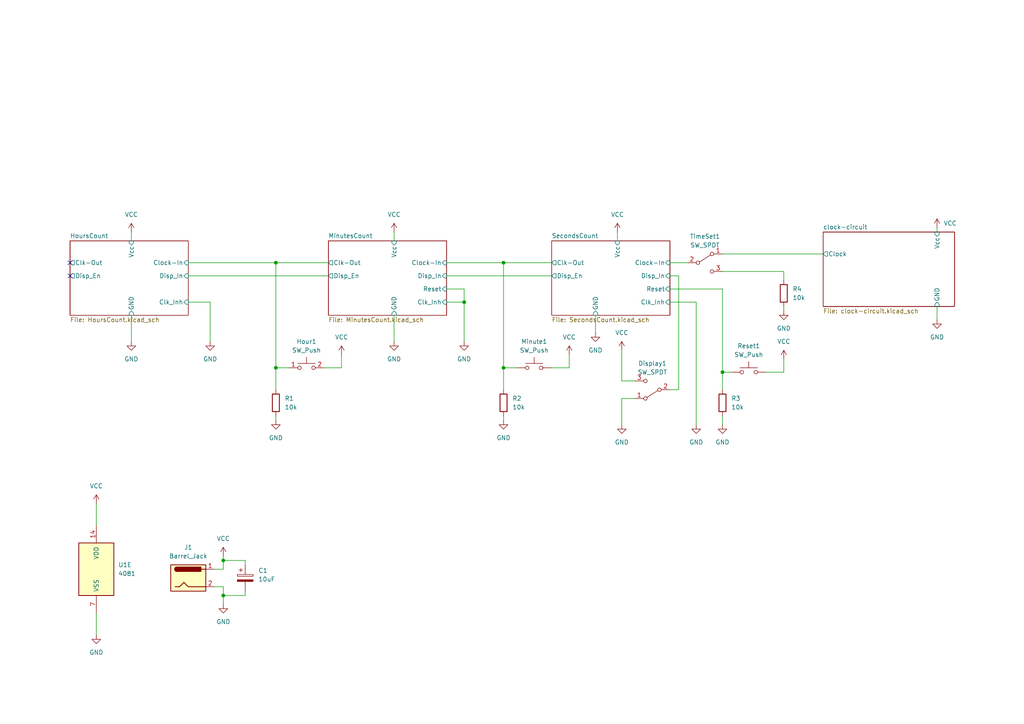
<source format=kicad_sch>
(kicad_sch (version 20250114) (generator "eeschema") (generator_version "9.0")
  (paper "A4")
  (title_block (title "Practise Project to Test JLC PCB") (date "2023-12-24") (rev "1.0") (company "Akbar Q") (comment 1 "One of the First Electronics Projects Made"))
  (lib_symbols
    (symbol "4xxx:4081" (pin_names (offset 1.016))
      (property "Reference" "U" (at 0 1.27 0))
      (property "Value" "4081" (at 0 -1.27 0))
      (symbol "4081_1_1"
        (arc (start 0 3.81) (mid 3.7934 0) (end 0 -3.81) (stroke (width 0.254)) (fill (type background)))
        (polyline (pts (xy 0 3.81) (xy -3.81 3.81) (xy -3.81 -3.81) (xy 0 -3.81)) (stroke (width 0.254)) (fill (type background)))
        (pin input line (at -7.62 2.54 0) (length 3.81) (name "~") (number "1"))
        (pin input line (at -7.62 -2.54 0) (length 3.81) (name "~") (number "2"))
        (pin output line (at 7.62 0 180) (length 3.81) (name "~") (number "3"))
      )
      (symbol "4081_1_2"
        (arc (start -3.81 3.81) (mid -2.589 0) (end -3.81 -3.81) (stroke (width 0.254)))
        (polyline (pts (xy -3.81 3.81) (xy -0.635 3.81)) (stroke (width 0.254)) (fill (type background)))
        (polyline (pts (xy -3.81 -3.81) (xy -0.635 -3.81)) (stroke (width 0.254)) (fill (type background)))
        (arc (start 3.81 0) (mid 2.1855 -2.584) (end -0.6096 -3.81) (stroke (width 0.254)) (fill (type background)))
        (arc (start -0.6096 3.81) (mid 2.1929 2.5925) (end 3.81 0) (stroke (width 0.254)) (fill (type background)))
        (polyline (pts (xy -0.635 3.81) (xy -3.81 3.81) (xy -3.81 3.81) (xy -3.556 3.4036) (xy -3.0226 2.2606) (xy -2.6924 1.0414) (xy -2.6162 -0.254) (xy -2.7686 -1.4986) (xy -3.175 -2.7178) (xy -3.81 -3.81) (xy -3.81 -3.81) (xy -0.635 -3.81)) (stroke (width -25.4)) (fill (type background)))
        (pin input inverted (at -7.62 2.54 0) (length 4.318) (name "~") (number "1"))
        (pin input inverted (at -7.62 -2.54 0) (length 4.318) (name "~") (number "2"))
        (pin output inverted (at 7.62 0 180) (length 3.81) (name "~") (number "3"))
      )
      (symbol "4081_2_1"
        (arc (start 0 3.81) (mid 3.7934 0) (end 0 -3.81) (stroke (width 0.254)) (fill (type background)))
        (polyline (pts (xy 0 3.81) (xy -3.81 3.81) (xy -3.81 -3.81) (xy 0 -3.81)) (stroke (width 0.254)) (fill (type background)))
        (pin input line (at -7.62 2.54 0) (length 3.81) (name "~") (number "5"))
        (pin input line (at -7.62 -2.54 0) (length 3.81) (name "~") (number "6"))
        (pin output line (at 7.62 0 180) (length 3.81) (name "~") (number "4"))
      )
      (symbol "4081_2_2"
        (arc (start -3.81 3.81) (mid -2.589 0) (end -3.81 -3.81) (stroke (width 0.254)))
        (polyline (pts (xy -3.81 3.81) (xy -0.635 3.81)) (stroke (width 0.254)) (fill (type background)))
        (polyline (pts (xy -3.81 -3.81) (xy -0.635 -3.81)) (stroke (width 0.254)) (fill (type background)))
        (arc (start 3.81 0) (mid 2.1855 -2.584) (end -0.6096 -3.81) (stroke (width 0.254)) (fill (type background)))
        (arc (start -0.6096 3.81) (mid 2.1929 2.5925) (end 3.81 0) (stroke (width 0.254)) (fill (type background)))
        (polyline (pts (xy -0.635 3.81) (xy -3.81 3.81) (xy -3.81 3.81) (xy -3.556 3.4036) (xy -3.0226 2.2606) (xy -2.6924 1.0414) (xy -2.6162 -0.254) (xy -2.7686 -1.4986) (xy -3.175 -2.7178) (xy -3.81 -3.81) (xy -3.81 -3.81) (xy -0.635 -3.81)) (stroke (width -25.4)) (fill (type background)))
        (pin input inverted (at -7.62 2.54 0) (length 4.318) (name "~") (number "5"))
        (pin input inverted (at -7.62 -2.54 0) (length 4.318) (name "~") (number "6"))
        (pin output inverted (at 7.62 0 180) (length 3.81) (name "~") (number "4"))
      )
      (symbol "4081_3_1"
        (arc (start 0 3.81) (mid 3.7934 0) (end 0 -3.81) (stroke (width 0.254)) (fill (type background)))
        (polyline (pts (xy 0 3.81) (xy -3.81 3.81) (xy -3.81 -3.81) (xy 0 -3.81)) (stroke (width 0.254)) (fill (type background)))
        (pin input line (at -7.62 2.54 0) (length 3.81) (name "~") (number "8"))
        (pin input line (at -7.62 -2.54 0) (length 3.81) (name "~") (number "9"))
        (pin output line (at 7.62 0 180) (length 3.81) (name "~") (number "10"))
      )
      (symbol "4081_3_2"
        (arc (start -3.81 3.81) (mid -2.589 0) (end -3.81 -3.81) (stroke (width 0.254)))
        (polyline (pts (xy -3.81 3.81) (xy -0.635 3.81)) (stroke (width 0.254)) (fill (type background)))
        (polyline (pts (xy -3.81 -3.81) (xy -0.635 -3.81)) (stroke (width 0.254)) (fill (type background)))
        (arc (start 3.81 0) (mid 2.1855 -2.584) (end -0.6096 -3.81) (stroke (width 0.254)) (fill (type background)))
        (arc (start -0.6096 3.81) (mid 2.1929 2.5925) (end 3.81 0) (stroke (width 0.254)) (fill (type background)))
        (polyline (pts (xy -0.635 3.81) (xy -3.81 3.81) (xy -3.81 3.81) (xy -3.556 3.4036) (xy -3.0226 2.2606) (xy -2.6924 1.0414) (xy -2.6162 -0.254) (xy -2.7686 -1.4986) (xy -3.175 -2.7178) (xy -3.81 -3.81) (xy -3.81 -3.81) (xy -0.635 -3.81)) (stroke (width -25.4)) (fill (type background)))
        (pin input inverted (at -7.62 2.54 0) (length 4.318) (name "~") (number "8"))
        (pin input inverted (at -7.62 -2.54 0) (length 4.318) (name "~") (number "9"))
        (pin output inverted (at 7.62 0 180) (length 3.81) (name "~") (number "10"))
      )
      (symbol "4081_4_1"
        (arc (start 0 3.81) (mid 3.7934 0) (end 0 -3.81) (stroke (width 0.254)) (fill (type background)))
        (polyline (pts (xy 0 3.81) (xy -3.81 3.81) (xy -3.81 -3.81) (xy 0 -3.81)) (stroke (width 0.254)) (fill (type background)))
        (pin input line (at -7.62 2.54 0) (length 3.81) (name "~") (number "12"))
        (pin input line (at -7.62 -2.54 0) (length 3.81) (name "~") (number "13"))
        (pin output line (at 7.62 0 180) (length 3.81) (name "~") (number "11"))
      )
      (symbol "4081_4_2"
        (arc (start -3.81 3.81) (mid -2.589 0) (end -3.81 -3.81) (stroke (width 0.254)))
        (polyline (pts (xy -3.81 3.81) (xy -0.635 3.81)) (stroke (width 0.254)) (fill (type background)))
        (polyline (pts (xy -3.81 -3.81) (xy -0.635 -3.81)) (stroke (width 0.254)) (fill (type background)))
        (arc (start 3.81 0) (mid 2.1855 -2.584) (end -0.6096 -3.81) (stroke (width 0.254)) (fill (type background)))
        (arc (start -0.6096 3.81) (mid 2.1929 2.5925) (end 3.81 0) (stroke (width 0.254)) (fill (type background)))
        (polyline (pts (xy -0.635 3.81) (xy -3.81 3.81) (xy -3.81 3.81) (xy -3.556 3.4036) (xy -3.0226 2.2606) (xy -2.6924 1.0414) (xy -2.6162 -0.254) (xy -2.7686 -1.4986) (xy -3.175 -2.7178) (xy -3.81 -3.81) (xy -3.81 -3.81) (xy -0.635 -3.81)) (stroke (width -25.4)) (fill (type background)))
        (pin input inverted (at -7.62 2.54 0) (length 4.318) (name "~") (number "12"))
        (pin input inverted (at -7.62 -2.54 0) (length 4.318) (name "~") (number "13"))
        (pin output inverted (at 7.62 0 180) (length 3.81) (name "~") (number "11"))
      )
      (symbol "4081_5_0"
        (pin power_in line (at 0 12.7 270) (length 5.08) (name "VDD") (number "14"))
        (pin power_in line (at 0 -12.7 90) (length 5.08) (name "VSS") (number "7"))
      )
      (symbol "4081_5_1"
        (rectangle (start -5.08 7.62) (end 5.08 -7.62) (stroke (width 0.254)) (fill (type background)))
      )
    )
    (symbol "Connector:Barrel_Jack" (pin_names (offset 1.016))
      (property "Reference" "J" (at 0 5.334 0))
      (property "Value" "Barrel_Jack" (at 0 -5.08 0))
      (symbol "Barrel_Jack_0_1"
        (rectangle (start -5.08 3.81) (end 5.08 -3.81) (stroke (width 0.254)) (fill (type background)))
        (polyline (pts (xy -3.81 -2.54) (xy -2.54 -2.54) (xy -1.27 -1.27) (xy 0 -2.54) (xy 2.54 -2.54) (xy 5.08 -2.54)) (stroke (width 0.254)))
        (arc (start -3.302 1.905) (mid -3.9342 2.54) (end -3.302 3.175) (stroke (width 0.254)))
        (arc (start -3.302 1.905) (mid -3.9342 2.54) (end -3.302 3.175) (stroke (width 0.254)) (fill (type outline)))
        (rectangle (start 3.683 3.175) (end -3.302 1.905) (stroke (width 0.254)) (fill (type outline)))
        (polyline (pts (xy 5.08 2.54) (xy 3.81 2.54)) (stroke (width 0.254)))
      )
      (symbol "Barrel_Jack_1_1"
        (pin passive line (at 7.62 2.54 180) (length 2.54) (name "~") (number "1"))
        (pin passive line (at 7.62 -2.54 180) (length 2.54) (name "~") (number "2"))
      )
    )
    (symbol "Device:C_Polarized" (pin_numbers (hide yes)) (pin_names (offset 0.254))
      (property "Reference" "C" (at 0.635 2.54 0))
      (property "Value" "C_Polarized" (at 0.635 -2.54 0))
      (symbol "C_Polarized_0_1"
        (rectangle (start -2.286 0.508) (end 2.286 1.016))
        (polyline (pts (xy -1.778 2.286) (xy -0.762 2.286)))
        (polyline (pts (xy -1.27 2.794) (xy -1.27 1.778)))
        (rectangle (start 2.286 -0.508) (end -2.286 -1.016) (fill (type outline)))
      )
      (symbol "C_Polarized_1_1"
        (pin passive line (at 0 3.81 270) (length 2.794) (name "~") (number "1"))
        (pin passive line (at 0 -3.81 90) (length 2.794) (name "~") (number "2"))
      )
    )
    (symbol "Device:R" (pin_numbers (hide yes)) (pin_names (offset 0))
      (property "Reference" "R" (at 2.032 0 90))
      (property "Value" "R" (at 0 0 90))
      (symbol "R_0_1"
        (rectangle (start -1.016 -2.54) (end 1.016 2.54) (stroke (width 0.254)))
      )
      (symbol "R_1_1"
        (pin passive line (at 0 3.81 270) (length 1.27) (name "~") (number "1"))
        (pin passive line (at 0 -3.81 90) (length 1.27) (name "~") (number "2"))
      )
    )
    (symbol "SW_Push_1" (pin_names (offset 1.016) (hide yes))
      (property "Reference" "SW" (at 1.27 2.54 0))
      (property "Value" "SW_Push_1" (at 0 -1.524 0))
      (symbol "SW_Push_1_0_1"
        (circle (center -2.032 0) (radius 0.508))
        (polyline (pts (xy 0 1.27) (xy 0 3.048)))
        (circle (center 2.032 0) (radius 0.508))
        (polyline (pts (xy 2.54 1.27) (xy -2.54 1.27)))
        (pin passive line (at -5.08 0 0) (length 2.54) (name "1") (number "1"))
        (pin passive line (at 5.08 0 180) (length 2.54) (name "2") (number "2"))
      )
    )
    (symbol "Switch:SW_Push" (pin_numbers (hide yes)) (pin_names (offset 1.016) (hide yes))
      (property "Reference" "SW" (at 1.27 2.54 0))
      (property "Value" "SW_Push" (at 0 -1.524 0))
      (symbol "SW_Push_0_1"
        (circle (center -2.032 0) (radius 0.508))
        (polyline (pts (xy 0 1.27) (xy 0 3.048)))
        (circle (center 2.032 0) (radius 0.508))
        (polyline (pts (xy 2.54 1.27) (xy -2.54 1.27)))
        (pin passive line (at -5.08 0 0) (length 2.54) (name "1") (number "1"))
        (pin passive line (at 5.08 0 180) (length 2.54) (name "2") (number "2"))
      )
    )
    (symbol "Switch:SW_SPDT" (pin_names (offset 0) (hide yes))
      (property "Reference" "SW" (at 0 4.318 0))
      (property "Value" "SW_SPDT" (at 0 -5.08 0))
      (symbol "SW_SPDT_0_0"
        (circle (center -2.032 0) (radius 0.508))
        (circle (center 2.032 -2.54) (radius 0.508))
      )
      (symbol "SW_SPDT_0_1"
        (polyline (pts (xy -1.524 0.254) (xy 1.651 2.286)))
        (circle (center 2.032 2.54) (radius 0.508))
      )
      (symbol "SW_SPDT_1_1"
        (pin passive line (at -5.08 0 0) (length 2.54) (name "B") (number "2"))
        (pin passive line (at 5.08 2.54 180) (length 2.54) (name "A") (number "1"))
        (pin passive line (at 5.08 -2.54 180) (length 2.54) (name "C") (number "3"))
      )
    )
    (symbol "power:GND" (power) (pin_names (offset 0))
      (property "Value" "GND" (at 0 -3.81 0))
      (symbol "GND_0_1"
        (polyline (pts (xy 0 0) (xy 0 -1.27) (xy 1.27 -1.27) (xy 0 -2.54) (xy -1.27 -1.27) (xy 0 -1.27)))
      )
      (symbol "GND_1_1"
        (pin power_in line (at 0 0 270) (length 0) (hide yes) (name "GND") (number "1"))
      )
    )
    (symbol "power:VCC" (power) (pin_names (offset 0))
      (property "Value" "VCC" (at 0 3.81 0))
      (symbol "VCC_0_1"
        (polyline (pts (xy -0.762 1.27) (xy 0 2.54)))
        (polyline (pts (xy 0 2.54) (xy 0.762 1.27)))
        (polyline (pts (xy 0 0) (xy 0 2.54)))
      )
      (symbol "VCC_1_1"
        (pin power_in line (at 0 0 90) (length 0) (hide yes) (name "VCC") (number "1"))
      )
    )
  )
  (junction (at 64.77 172.72))
  (junction (at 80.01 76.2))
  (junction (at 146.05 106.68))
  (junction (at 209.55 107.95))
  (junction (at 146.05 76.2))
  (junction (at 80.01 106.68))
  (junction (at 64.77 162.56))
  (junction (at 134.62 87.63))
  (no_connect (at 20.32 80.01))
  (no_connect (at 20.32 76.2))
  (wire (pts (xy 209.55 113.03) (xy 209.55 107.95)))
  (wire (pts (xy 38.1 91.44) (xy 38.1 99.06)))
  (wire (pts (xy 146.05 76.2) (xy 160.02 76.2)))
  (wire (pts (xy 64.77 170.18) (xy 62.23 170.18)))
  (wire (pts (xy 180.34 101.6) (xy 180.34 110.49)))
  (wire (pts (xy 179.07 67.31) (xy 179.07 69.85)))
  (wire (pts (xy 99.06 102.87) (xy 99.06 106.68)))
  (wire (pts (xy 209.55 107.95) (xy 209.55 83.82)))
  (wire (pts (xy 146.05 106.68) (xy 149.86 106.68)))
  (wire (pts (xy 27.94 177.8) (xy 27.94 184.15)))
  (wire (pts (xy 99.06 106.68) (xy 93.98 106.68)))
  (wire (pts (xy 194.31 83.82) (xy 209.55 83.82)))
  (wire (pts (xy 64.77 165.1) (xy 64.77 162.56)))
  (wire (pts (xy 129.54 76.2) (xy 146.05 76.2)))
  (wire (pts (xy 146.05 106.68) (xy 146.05 113.03)))
  (wire (pts (xy 80.01 120.65) (xy 80.01 121.92)))
  (wire (pts (xy 60.96 87.63) (xy 54.61 87.63)))
  (wire (pts (xy 129.54 80.01) (xy 160.02 80.01)))
  (wire (pts (xy 38.1 67.31) (xy 38.1 69.85)))
  (wire (pts (xy 165.1 106.68) (xy 160.02 106.68)))
  (wire (pts (xy 71.12 163.83) (xy 71.12 162.56)))
  (wire (pts (xy 54.61 80.01) (xy 95.25 80.01)))
  (wire (pts (xy 196.85 80.01) (xy 194.31 80.01)))
  (wire (pts (xy 227.33 88.9) (xy 227.33 90.17)))
  (wire (pts (xy 180.34 110.49) (xy 184.15 110.49)))
  (wire (pts (xy 129.54 87.63) (xy 134.62 87.63)))
  (wire (pts (xy 227.33 78.74) (xy 227.33 81.28)))
  (wire (pts (xy 114.3 67.31) (xy 114.3 69.85)))
  (wire (pts (xy 71.12 162.56) (xy 64.77 162.56)))
  (wire (pts (xy 114.3 91.44) (xy 114.3 99.06)))
  (wire (pts (xy 271.78 88.9) (xy 271.78 92.71)))
  (wire (pts (xy 64.77 172.72) (xy 64.77 170.18)))
  (wire (pts (xy 201.93 87.63) (xy 194.31 87.63)))
  (wire (pts (xy 54.61 76.2) (xy 80.01 76.2)))
  (wire (pts (xy 80.01 76.2) (xy 95.25 76.2)))
  (wire (pts (xy 227.33 104.14) (xy 227.33 107.95)))
  (wire (pts (xy 201.93 87.63) (xy 201.93 123.19)))
  (wire (pts (xy 62.23 165.1) (xy 64.77 165.1)))
  (wire (pts (xy 227.33 107.95) (xy 222.25 107.95)))
  (wire (pts (xy 194.31 113.03) (xy 196.85 113.03)))
  (wire (pts (xy 194.31 76.2) (xy 199.39 76.2)))
  (wire (pts (xy 71.12 172.72) (xy 64.77 172.72)))
  (wire (pts (xy 146.05 76.2) (xy 146.05 106.68)))
  (wire (pts (xy 196.85 113.03) (xy 196.85 80.01)))
  (wire (pts (xy 80.01 106.68) (xy 83.82 106.68)))
  (wire (pts (xy 146.05 120.65) (xy 146.05 121.92)))
  (wire (pts (xy 27.94 146.05) (xy 27.94 152.4)))
  (wire (pts (xy 209.55 78.74) (xy 227.33 78.74)))
  (wire (pts (xy 209.55 73.66) (xy 238.76 73.66)))
  (wire (pts (xy 60.96 99.06) (xy 60.96 87.63)))
  (wire (pts (xy 271.78 66.04) (xy 271.78 67.31)))
  (wire (pts (xy 80.01 76.2) (xy 80.01 106.68)))
  (wire (pts (xy 64.77 175.26) (xy 64.77 172.72)))
  (wire (pts (xy 209.55 120.65) (xy 209.55 123.19)))
  (wire (pts (xy 209.55 107.95) (xy 212.09 107.95)))
  (wire (pts (xy 184.15 115.57) (xy 180.34 115.57)))
  (wire (pts (xy 165.1 102.87) (xy 165.1 106.68)))
  (wire (pts (xy 134.62 99.06) (xy 134.62 87.63)))
  (wire (pts (xy 172.72 91.44) (xy 172.72 96.52)))
  (wire (pts (xy 134.62 87.63) (xy 134.62 83.82)))
  (wire (pts (xy 80.01 106.68) (xy 80.01 113.03)))
  (wire (pts (xy 134.62 83.82) (xy 129.54 83.82)))
  (wire (pts (xy 71.12 171.45) (xy 71.12 172.72)))
  (wire (pts (xy 64.77 162.56) (xy 64.77 161.29)))
  (wire (pts (xy 180.34 115.57) (xy 180.34 123.19)))
  (symbol (lib_id "power:VCC") (at 99.06 102.87 0) (unit 1)
    (property "Reference" "#PWR05" (effects (hide yes)))
    (property "Value" "VCC" (at 99.06 97.79 0))
  )
  (symbol (lib_id "Switch:SW_SPDT") (at 204.47 76.2 0) (unit 1)
    (property "Reference" "TimeSet1" (at 204.47 68.58 0))
    (property "Value" "SW_SPDT" (at 204.47 71.12 0))
    (property "Footprint" "Connector_PinSocket_2.54mm:PinSocket_1x03_P2.54mm_Vertical" (effects (hide yes)))
  )
  (symbol (lib_id "power:GND") (at 114.3 99.06 0) (unit 1)
    (property "Reference" "#PWR?" (effects (hide yes)))
    (property "Value" "GND" (at 114.3 104.14 0))
  )
  (symbol (lib_id "power:VCC") (at 227.33 104.14 0) (unit 1)
    (property "Reference" "#PWR014" (effects (hide yes)))
    (property "Value" "VCC" (at 227.33 99.06 0))
  )
  (symbol (lib_id "Device:R") (at 80.01 116.84 0) (unit 1)
    (property "Reference" "R1" (at 82.55 115.5699 0) (effects (justify left)))
    (property "Value" "10k" (at 82.55 118.1099 0) (effects (justify left)))
    (property "Footprint" "Resistor_THT:R_Axial_DIN0204_L3.6mm_D1.6mm_P7.62mm_Horizontal" (effects (hide yes)))
  )
  (symbol (lib_id "power:GND") (at 80.01 121.92 0) (unit 1)
    (property "Reference" "#PWR04" (effects (hide yes)))
    (property "Value" "GND" (at 80.01 127 0))
  )
  (symbol (lib_id "power:GND") (at 146.05 121.92 0) (unit 1)
    (property "Reference" "#PWR07" (effects (hide yes)))
    (property "Value" "GND" (at 146.05 127 0))
  )
  (symbol (lib_id "power:VCC") (at 38.1 67.31 0) (unit 1)
    (property "Reference" "#PWR?" (effects (hide yes)))
    (property "Value" "VCC" (at 38.1 62.23 0))
  )
  (symbol (lib_id "power:GND") (at 38.1 99.06 0) (unit 1)
    (property "Reference" "#PWR?" (effects (hide yes)))
    (property "Value" "GND" (at 38.1 104.14 0))
  )
  (symbol (lib_id "power:GND") (at 209.55 123.19 0) (unit 1)
    (property "Reference" "#PWR012" (effects (hide yes)))
    (property "Value" "GND" (at 209.55 128.27 0))
  )
  (symbol (lib_id "power:VCC") (at 179.07 67.31 0) (unit 1)
    (property "Reference" "#PWR?" (effects (hide yes)))
    (property "Value" "VCC" (at 179.07 62.23 0))
  )
  (symbol (lib_id "power:GND") (at 227.33 90.17 0) (unit 1)
    (property "Reference" "#PWR013" (effects (hide yes)))
    (property "Value" "GND" (at 227.33 95.25 0))
  )
  (symbol (lib_id "Device:R") (at 146.05 116.84 0) (unit 1)
    (property "Reference" "R2" (at 148.59 115.5699 0) (effects (justify left)))
    (property "Value" "10k" (at 148.59 118.1099 0) (effects (justify left)))
    (property "Footprint" "Resistor_THT:R_Axial_DIN0204_L3.6mm_D1.6mm_P7.62mm_Horizontal" (effects (hide yes)))
  )
  (symbol (lib_id "power:GND") (at 172.72 96.52 0) (unit 1)
    (property "Reference" "#PWR?" (effects (hide yes)))
    (property "Value" "GND" (at 172.72 101.6 0))
  )
  (symbol (lib_id "power:VCC") (at 27.94 146.05 0) (unit 1)
    (property "Reference" "#PWR015" (effects (hide yes)))
    (property "Value" "VCC" (at 27.94 140.97 0))
  )
  (symbol (lib_id "power:VCC") (at 64.77 161.29 0) (unit 1)
    (property "Reference" "#PWR01" (effects (hide yes)))
    (property "Value" "VCC" (at 64.77 156.21 0))
  )
  (symbol (lib_id "Connector:Barrel_Jack") (at 54.61 167.64 0) (unit 1)
    (property "Reference" "J1" (at 54.61 158.75 0))
    (property "Value" "Barrel_Jack" (at 54.61 161.29 0))
    (property "Footprint" "Connector_BarrelJack:BarrelJack_Horizontal" (effects (hide yes)))
  )
  (symbol (lib_id "power:VCC") (at 114.3 67.31 0) (unit 1)
    (property "Reference" "#PWR?" (effects (hide yes)))
    (property "Value" "VCC" (at 114.3 62.23 0))
  )
  (symbol (lib_id "power:VCC") (at 165.1 102.87 0) (unit 1)
    (property "Reference" "#PWR08" (effects (hide yes)))
    (property "Value" "VCC" (at 165.1 97.79 0))
  )
  (symbol (lib_id "Device:C_Polarized") (at 71.12 167.64 0) (unit 1)
    (property "Reference" "C1" (at 74.93 165.4809 0) (effects (justify left)))
    (property "Value" "10uF" (at 74.93 168.0209 0) (effects (justify left)))
    (property "Footprint" "Capacitor_THT:CP_Radial_D4.0mm_P2.00mm" (effects (hide yes)))
  )
  (symbol (lib_id "Switch:SW_SPDT") (at 189.23 113.03 180) (unit 1)
    (property "Reference" "Display1" (at 189.23 105.41 0))
    (property "Value" "SW_SPDT" (at 189.23 107.95 0))
    (property "Footprint" "Connector_PinSocket_2.54mm:PinSocket_1x03_P2.54mm_Vertical" (effects (hide yes)))
  )
  (symbol (lib_name "SW_Push_1") (lib_id "Switch:SW_Push") (at 88.9 106.68 0) (unit 1)
    (property "Reference" "Hour1" (at 88.9 99.06 0))
    (property "Value" "SW_Push" (at 88.9 101.6 0))
    (property "Footprint" "Global Custom Lib:Tact Momentary Switch" (effects (hide yes)))
  )
  (symbol (lib_id "power:GND") (at 27.94 184.15 0) (unit 1)
    (property "Reference" "#PWR016" (effects (hide yes)))
    (property "Value" "GND" (at 27.94 189.23 0))
  )
  (symbol (lib_id "Switch:SW_Push") (at 217.17 107.95 0) (unit 1)
    (property "Reference" "Reset1" (at 217.17 100.33 0))
    (property "Value" "SW_Push" (at 217.17 102.87 0))
    (property "Footprint" "Global Custom Lib:Tact Momentary Switch" (effects (hide yes)))
  )
  (symbol (lib_id "Device:R") (at 209.55 116.84 0) (unit 1)
    (property "Reference" "R3" (at 212.09 115.5699 0) (effects (justify left)))
    (property "Value" "10k" (at 212.09 118.1099 0) (effects (justify left)))
    (property "Footprint" "Resistor_THT:R_Axial_DIN0204_L3.6mm_D1.6mm_P7.62mm_Horizontal" (effects (hide yes)))
  )
  (symbol (lib_id "power:GND") (at 60.96 99.06 0) (unit 1)
    (property "Reference" "#PWR03" (effects (hide yes)))
    (property "Value" "GND" (at 60.96 104.14 0))
  )
  (symbol (lib_id "power:VCC") (at 180.34 101.6 0) (unit 1)
    (property "Reference" "#PWR09" (effects (hide yes)))
    (property "Value" "VCC" (at 180.34 96.52 0))
  )
  (symbol (lib_id "Device:R") (at 227.33 85.09 0) (unit 1)
    (property "Reference" "R4" (at 229.87 83.8199 0) (effects (justify left)))
    (property "Value" "10k" (at 229.87 86.3599 0) (effects (justify left)))
    (property "Footprint" "Resistor_THT:R_Axial_DIN0204_L3.6mm_D1.6mm_P7.62mm_Horizontal" (effects (hide yes)))
  )
  (symbol (lib_id "Switch:SW_Push") (at 154.94 106.68 0) (unit 1)
    (property "Reference" "Minute1" (at 154.94 99.06 0))
    (property "Value" "SW_Push" (at 154.94 101.6 0))
    (property "Footprint" "Global Custom Lib:Tact Momentary Switch" (effects (hide yes)))
  )
  (symbol (lib_id "power:GND") (at 134.62 99.06 0) (unit 1)
    (property "Reference" "#PWR06" (effects (hide yes)))
    (property "Value" "GND" (at 134.62 104.14 0))
  )
  (symbol (lib_id "power:GND") (at 271.78 92.71 0) (unit 1)
    (property "Reference" "#PWR?" (effects (hide yes)))
    (property "Value" "GND" (at 271.78 97.79 0))
  )
  (symbol (lib_id "power:GND") (at 64.77 175.26 0) (unit 1)
    (property "Reference" "#PWR02" (effects (hide yes)))
    (property "Value" "GND" (at 64.77 180.34 0))
  )
  (symbol (lib_id "power:GND") (at 201.93 123.19 0) (unit 1)
    (property "Reference" "#PWR011" (effects (hide yes)))
    (property "Value" "GND" (at 201.93 128.27 0))
  )
  (symbol (lib_id "power:GND") (at 180.34 123.19 0) (unit 1)
    (property "Reference" "#PWR010" (effects (hide yes)))
    (property "Value" "GND" (at 180.34 128.27 0))
  )
  (symbol (lib_id "power:VCC") (at 271.78 66.04 0) (unit 1)
    (property "Reference" "#PWR?" (effects (hide yes)))
    (property "Value" "VCC" (at 275.59 64.77 0))
  )
  (symbol (lib_id "4xxx:4081") (at 27.94 165.1 0) (unit 5)
    (property "Reference" "U1" (at 34.29 163.8299 0) (effects (justify left)))
    (property "Value" "4081" (at 34.29 166.3699 0) (effects (justify left)))
    (property "Footprint" "Package_DIP:DIP-14_W7.62mm_Socket_LongPads" (effects (hide yes)))
    (property "Datasheet" "http://www.intersil.com/content/dam/Intersil/documents/cd40/cd4073bms-81bms-82bms.pdf" (effects (hide yes)))
  )
  (sheet (at 160.02 69.85) (size 34.29 21.59) (stroke (width 0.1524))
    (property "Sheetname" "SecondsCount" (at 160.02 69.1384 0) (effects (justify left bottom)))
    (property "Sheetfile" "SecondsCount.kicad_sch" (at 160.02 92.0246 0) (effects (justify left top)))
    (pin "Clk-Out" output (at 160.02 76.2 180))
    (pin "Clock-In" input (at 194.31 76.2 0))
    (pin "Clk_Inh" input (at 194.31 87.63 0))
    (pin "Reset" input (at 194.31 83.82 0))
    (pin "Disp_En" output (at 160.02 80.01 180))
    (pin "Disp_In" input (at 194.31 80.01 0))
    (pin "Vcc" input (at 179.07 69.85 90))
    (pin "GND" input (at 172.72 91.44 270))
  )
  (sheet (at 20.32 69.85) (size 34.29 21.59) (stroke (width 0.1524))
    (property "Sheetname" "HoursCount" (at 20.32 69.1384 0) (effects (justify left bottom)))
    (property "Sheetfile" "HoursCount.kicad_sch" (at 20.32 92.0246 0) (effects (justify left top)))
    (pin "Disp_En" output (at 20.32 80.01 180))
    (pin "Clk-Out" output (at 20.32 76.2 180))
    (pin "Clk_Inh" input (at 54.61 87.63 0))
    (pin "Disp_In" input (at 54.61 80.01 0))
    (pin "Clock-In" input (at 54.61 76.2 0))
    (pin "Vcc" input (at 38.1 69.85 90))
    (pin "GND" input (at 38.1 91.44 270))
  )
  (sheet (at 95.25 69.85) (size 34.29 21.59) (stroke (width 0.1524))
    (property "Sheetname" "MinutesCount" (at 95.25 69.1384 0) (effects (justify left bottom)))
    (property "Sheetfile" "MinutesCount.kicad_sch" (at 95.25 92.0246 0) (effects (justify left top)))
    (pin "Disp_En" output (at 95.25 80.01 180))
    (pin "Clk-Out" output (at 95.25 76.2 180))
    (pin "Clock-In" input (at 129.54 76.2 0))
    (pin "Clk_Inh" input (at 129.54 87.63 0))
    (pin "Reset" input (at 129.54 83.82 0))
    (pin "Disp_In" input (at 129.54 80.01 0))
    (pin "GND" input (at 114.3 91.44 270))
    (pin "Vcc" input (at 114.3 69.85 90))
  )
  (sheet (at 238.76 67.31) (size 38.1 21.59) (stroke (width 0.1524))
    (property "Sheetname" "clock-circuit" (at 238.76 66.5984 0) (effects (justify left bottom)))
    (property "Sheetfile" "clock-circuit.kicad_sch" (at 238.76 89.4846 0) (effects (justify left top)))
    (pin "Clock" output (at 238.76 73.66 180))
    (pin "GND" input (at 271.78 88.9 270))
    (pin "Vcc" input (at 271.78 67.31 90))
  )
)
</source>
